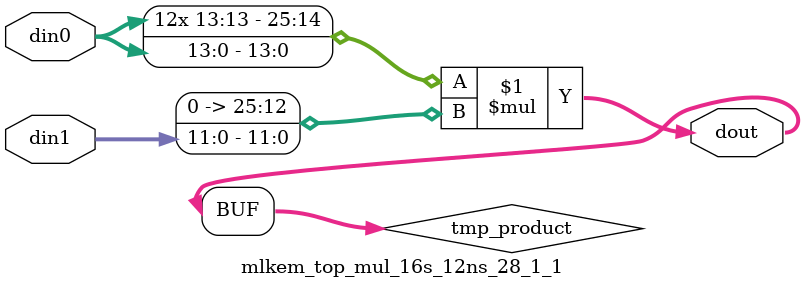
<source format=v>

`timescale 1 ns / 1 ps

 module mlkem_top_mul_16s_12ns_28_1_1(din0, din1, dout);
parameter ID = 1;
parameter NUM_STAGE = 0;
parameter din0_WIDTH = 14;
parameter din1_WIDTH = 12;
parameter dout_WIDTH = 26;

input [din0_WIDTH - 1 : 0] din0; 
input [din1_WIDTH - 1 : 0] din1; 
output [dout_WIDTH - 1 : 0] dout;

wire signed [dout_WIDTH - 1 : 0] tmp_product;


























assign tmp_product = $signed(din0) * $signed({1'b0, din1});









assign dout = tmp_product;





















endmodule

</source>
